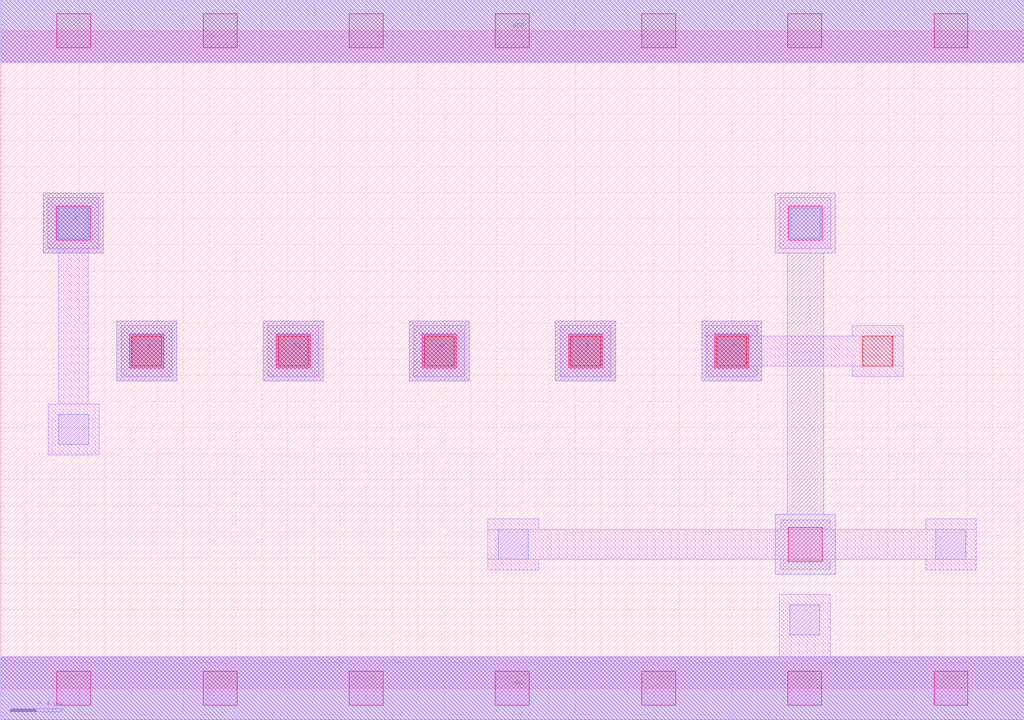
<source format=lef>
MACRO AOAI311
 CLASS CORE ;
 FOREIGN AOAI311 0 0 ;
 SIZE 7.84 BY 5.04 ;
 ORIGIN 0 0 ;
 SYMMETRY X Y R90 ;
 SITE unit ;
  PIN VDD
   DIRECTION INOUT ;
   USE POWER ;
   SHAPE ABUTMENT ;
    PORT
     CLASS CORE ;
       LAYER met1 ;
        RECT 0.00000000 4.80000000 7.84000000 5.28000000 ;
       LAYER met2 ;
        RECT 0.00000000 4.80000000 7.84000000 5.28000000 ;
    END
  END VDD

  PIN GND
   DIRECTION INOUT ;
   USE POWER ;
   SHAPE ABUTMENT ;
    PORT
     CLASS CORE ;
       LAYER met1 ;
        RECT 0.00000000 -0.24000000 7.84000000 0.24000000 ;
       LAYER met2 ;
        RECT 0.00000000 -0.24000000 7.84000000 0.24000000 ;
    END
  END GND

  PIN Y
   DIRECTION INOUT ;
   USE SIGNAL ;
   SHAPE ABUTMENT ;
    PORT
     CLASS CORE ;
       LAYER met2 ;
        RECT 0.32500000 3.33500000 0.78500000 3.79500000 ;
    END
  END Y

  PIN C
   DIRECTION INOUT ;
   USE SIGNAL ;
   SHAPE ABUTMENT ;
    PORT
     CLASS CORE ;
       LAYER met2 ;
        RECT 5.37000000 2.35700000 5.83000000 2.81700000 ;
    END
  END C

  PIN A2
   DIRECTION INOUT ;
   USE SIGNAL ;
   SHAPE ABUTMENT ;
    PORT
     CLASS CORE ;
       LAYER met2 ;
        RECT 3.13000000 2.35700000 3.59000000 2.81700000 ;
    END
  END A2

  PIN A
   DIRECTION INOUT ;
   USE SIGNAL ;
   SHAPE ABUTMENT ;
    PORT
     CLASS CORE ;
       LAYER met2 ;
        RECT 0.89000000 2.35700000 1.35000000 2.81700000 ;
    END
  END A

  PIN B
   DIRECTION INOUT ;
   USE SIGNAL ;
   SHAPE ABUTMENT ;
    PORT
     CLASS CORE ;
       LAYER met2 ;
        RECT 4.25000000 2.35700000 4.71000000 2.81700000 ;
    END
  END B

  PIN A1
   DIRECTION INOUT ;
   USE SIGNAL ;
   SHAPE ABUTMENT ;
    PORT
     CLASS CORE ;
       LAYER met2 ;
        RECT 2.01000000 2.35700000 2.47000000 2.81700000 ;
    END
  END A1

 OBS
    LAYER polycont ;
     RECT 1.00500000 2.47200000 1.23500000 2.70200000 ;
     RECT 2.12500000 2.47200000 2.35500000 2.70200000 ;
     RECT 3.24500000 2.47200000 3.47500000 2.70200000 ;
     RECT 4.36500000 2.47200000 4.59500000 2.70200000 ;
     RECT 5.48500000 2.47200000 5.71500000 2.70200000 ;
     RECT 6.60500000 2.47200000 6.83500000 2.70200000 ;

    LAYER pdiffc ;
     RECT 0.44000000 3.45000000 0.67000000 3.68000000 ;
     RECT 6.05000000 3.45000000 6.28000000 3.68000000 ;

    LAYER ndiffc ;
     RECT 6.04500000 0.41000000 6.27500000 0.64000000 ;
     RECT 3.81000000 0.98700000 4.04000000 1.21700000 ;
     RECT 7.16500000 0.98700000 7.39500000 1.21700000 ;
     RECT 0.44500000 1.87000000 0.67500000 2.10000000 ;

    LAYER met1 ;
     RECT 0.00000000 -0.24000000 7.84000000 0.24000000 ;
     RECT 5.96500000 0.24000000 6.35500000 0.72000000 ;
     RECT 3.73000000 0.90700000 4.12000000 0.98700000 ;
     RECT 5.97500000 0.91200000 6.35500000 0.98700000 ;
     RECT 7.08500000 0.90700000 7.47500000 0.98700000 ;
     RECT 3.73000000 0.98700000 7.47500000 1.21700000 ;
     RECT 5.97500000 1.21700000 6.35500000 1.29200000 ;
     RECT 3.73000000 1.21700000 4.12000000 1.29700000 ;
     RECT 7.08500000 1.21700000 7.47500000 1.29700000 ;
     RECT 0.92500000 2.39200000 1.31500000 2.78200000 ;
     RECT 2.04500000 2.39200000 2.43500000 2.78200000 ;
     RECT 3.16500000 2.39200000 3.55500000 2.78200000 ;
     RECT 4.28500000 2.39200000 4.67500000 2.78200000 ;
     RECT 5.40500000 2.39200000 5.79500000 2.47200000 ;
     RECT 6.52500000 2.39200000 6.91500000 2.47200000 ;
     RECT 5.40500000 2.47200000 6.91500000 2.70200000 ;
     RECT 5.40500000 2.70200000 5.79500000 2.78200000 ;
     RECT 6.52500000 2.70200000 6.91500000 2.78200000 ;
     RECT 0.36500000 1.79000000 0.75500000 2.18000000 ;
     RECT 0.44000000 2.18000000 0.67000000 3.37000000 ;
     RECT 0.36000000 3.37000000 0.75000000 3.76000000 ;
     RECT 5.97000000 3.37000000 6.36000000 3.76000000 ;
     RECT 0.00000000 4.80000000 7.84000000 5.28000000 ;

    LAYER via1 ;
     RECT 0.43000000 -0.13000000 0.69000000 0.13000000 ;
     RECT 1.55000000 -0.13000000 1.81000000 0.13000000 ;
     RECT 2.67000000 -0.13000000 2.93000000 0.13000000 ;
     RECT 3.79000000 -0.13000000 4.05000000 0.13000000 ;
     RECT 4.91000000 -0.13000000 5.17000000 0.13000000 ;
     RECT 6.03000000 -0.13000000 6.29000000 0.13000000 ;
     RECT 7.15000000 -0.13000000 7.41000000 0.13000000 ;
     RECT 6.03500000 0.97200000 6.29500000 1.23200000 ;
     RECT 0.99000000 2.45700000 1.25000000 2.71700000 ;
     RECT 2.11000000 2.45700000 2.37000000 2.71700000 ;
     RECT 3.23000000 2.45700000 3.49000000 2.71700000 ;
     RECT 4.35000000 2.45700000 4.61000000 2.71700000 ;
     RECT 5.47000000 2.45700000 5.73000000 2.71700000 ;
     RECT 0.42500000 3.43500000 0.68500000 3.69500000 ;
     RECT 6.03500000 3.43500000 6.29500000 3.69500000 ;
     RECT 0.43000000 4.91000000 0.69000000 5.17000000 ;
     RECT 1.55000000 4.91000000 1.81000000 5.17000000 ;
     RECT 2.67000000 4.91000000 2.93000000 5.17000000 ;
     RECT 3.79000000 4.91000000 4.05000000 5.17000000 ;
     RECT 4.91000000 4.91000000 5.17000000 5.17000000 ;
     RECT 6.03000000 4.91000000 6.29000000 5.17000000 ;
     RECT 7.15000000 4.91000000 7.41000000 5.17000000 ;

    LAYER met2 ;
     RECT 0.00000000 -0.24000000 7.84000000 0.24000000 ;
     RECT 0.89000000 2.35700000 1.35000000 2.81700000 ;
     RECT 2.01000000 2.35700000 2.47000000 2.81700000 ;
     RECT 3.13000000 2.35700000 3.59000000 2.81700000 ;
     RECT 4.25000000 2.35700000 4.71000000 2.81700000 ;
     RECT 5.37000000 2.35700000 5.83000000 2.81700000 ;
     RECT 0.32500000 3.33500000 0.78500000 3.79500000 ;
     RECT 5.93500000 0.87200000 6.39500000 1.33200000 ;
     RECT 6.02500000 1.33200000 6.30500000 3.33500000 ;
     RECT 5.93500000 3.33500000 6.39500000 3.79500000 ;
     RECT 0.00000000 4.80000000 7.84000000 5.28000000 ;

 END
END AOAI311

</source>
